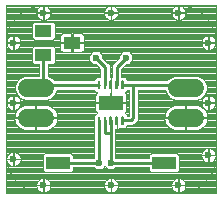
<source format=gtl>
G75*
%MOIN*%
%OFA0B0*%
%FSLAX25Y25*%
%IPPOS*%
%LPD*%
%AMOC8*
5,1,8,0,0,1.08239X$1,22.5*
%
%ADD10C,0.00394*%
%ADD11C,0.00827*%
%ADD12R,0.07874X0.04724*%
%ADD13C,0.02400*%
%ADD14C,0.06000*%
%ADD15R,0.07900X0.04300*%
%ADD16R,0.05512X0.03937*%
%ADD17C,0.01100*%
%ADD18C,0.02362*%
D10*
X0002550Y0018078D02*
X0002550Y0080578D01*
X0072550Y0080578D01*
X0072550Y0018078D01*
X0002550Y0018078D01*
X0002550Y0018179D02*
X0072550Y0018179D01*
X0072550Y0018571D02*
X0061328Y0018571D01*
X0061176Y0018470D02*
X0061566Y0018731D01*
X0061897Y0019062D01*
X0062157Y0019451D01*
X0062337Y0019884D01*
X0062428Y0020343D01*
X0062428Y0020479D01*
X0060148Y0020479D01*
X0060148Y0018200D01*
X0060284Y0018200D01*
X0060744Y0018291D01*
X0061176Y0018470D01*
X0061799Y0018964D02*
X0072550Y0018964D01*
X0072550Y0019356D02*
X0062094Y0019356D01*
X0062280Y0019748D02*
X0072550Y0019748D01*
X0072550Y0020140D02*
X0062388Y0020140D01*
X0062428Y0020676D02*
X0062428Y0020812D01*
X0062337Y0021271D01*
X0062157Y0021704D01*
X0061897Y0022093D01*
X0061566Y0022425D01*
X0061176Y0022685D01*
X0060744Y0022864D01*
X0060284Y0022956D01*
X0060148Y0022956D01*
X0060148Y0020676D01*
X0059952Y0020676D01*
X0059952Y0022956D01*
X0059816Y0022956D01*
X0059356Y0022864D01*
X0058924Y0022685D01*
X0058534Y0022425D01*
X0058203Y0022093D01*
X0057943Y0021704D01*
X0057763Y0021271D01*
X0057672Y0020812D01*
X0057672Y0020676D01*
X0059951Y0020676D01*
X0059951Y0020479D01*
X0057672Y0020479D01*
X0057672Y0020343D01*
X0057763Y0019884D01*
X0057943Y0019451D01*
X0058203Y0019062D01*
X0058534Y0018731D01*
X0058924Y0018470D01*
X0059356Y0018291D01*
X0059816Y0018200D01*
X0059952Y0018200D01*
X0059952Y0020479D01*
X0060148Y0020479D01*
X0060148Y0020676D01*
X0062428Y0020676D01*
X0062405Y0020925D02*
X0072550Y0020925D01*
X0072550Y0021317D02*
X0062318Y0021317D01*
X0062154Y0021709D02*
X0072550Y0021709D01*
X0072550Y0022101D02*
X0061889Y0022101D01*
X0061463Y0022494D02*
X0072550Y0022494D01*
X0072550Y0022886D02*
X0060635Y0022886D01*
X0060148Y0022886D02*
X0059952Y0022886D01*
X0059952Y0022494D02*
X0060148Y0022494D01*
X0060148Y0022101D02*
X0059952Y0022101D01*
X0059952Y0021709D02*
X0060148Y0021709D01*
X0060148Y0021317D02*
X0059952Y0021317D01*
X0059952Y0020925D02*
X0060148Y0020925D01*
X0060148Y0020532D02*
X0072550Y0020532D01*
X0072550Y0023278D02*
X0002550Y0023278D01*
X0002550Y0023670D02*
X0072550Y0023670D01*
X0072550Y0024062D02*
X0002550Y0024062D01*
X0002550Y0024455D02*
X0072550Y0024455D01*
X0072550Y0024847D02*
X0002550Y0024847D01*
X0002550Y0025239D02*
X0015197Y0025239D01*
X0014916Y0025520D02*
X0015492Y0024943D01*
X0024208Y0024943D01*
X0024784Y0025520D01*
X0024784Y0026543D01*
X0032085Y0026543D01*
X0032716Y0025912D01*
X0034510Y0025912D01*
X0035581Y0026984D01*
X0036653Y0025912D01*
X0038447Y0025912D01*
X0039078Y0026543D01*
X0050316Y0026543D01*
X0050316Y0025520D01*
X0050892Y0024943D01*
X0059608Y0024943D01*
X0060184Y0025520D01*
X0060184Y0030635D01*
X0059608Y0031212D01*
X0050892Y0031212D01*
X0050316Y0030635D01*
X0050316Y0029612D01*
X0039084Y0029612D01*
X0039084Y0039423D01*
X0039169Y0039400D01*
X0039440Y0039400D01*
X0039440Y0042093D01*
X0039597Y0042093D01*
X0039597Y0039400D01*
X0039868Y0039400D01*
X0040278Y0039510D01*
X0040645Y0039722D01*
X0040653Y0039730D01*
X0040770Y0039613D01*
X0042204Y0039613D01*
X0043022Y0040432D01*
X0043022Y0040638D01*
X0044780Y0040638D01*
X0046584Y0042442D01*
X0046584Y0052449D01*
X0055566Y0052449D01*
X0055566Y0052285D01*
X0056172Y0050821D01*
X0057293Y0049700D01*
X0058757Y0049093D01*
X0066343Y0049093D01*
X0067807Y0049700D01*
X0068928Y0050821D01*
X0069534Y0052285D01*
X0069534Y0053870D01*
X0068928Y0055335D01*
X0067807Y0056455D01*
X0066343Y0057062D01*
X0058757Y0057062D01*
X0057293Y0056455D01*
X0056355Y0055517D01*
X0043022Y0055517D01*
X0043022Y0055723D01*
X0042204Y0056542D01*
X0041053Y0056542D01*
X0041053Y0059411D01*
X0042554Y0060912D01*
X0043447Y0060912D01*
X0044715Y0062181D01*
X0044715Y0063975D01*
X0043447Y0065243D01*
X0041653Y0065243D01*
X0040385Y0063975D01*
X0040385Y0063082D01*
X0037984Y0060682D01*
X0037984Y0056732D01*
X0037900Y0056755D01*
X0037629Y0056755D01*
X0037629Y0054062D01*
X0037471Y0054062D01*
X0037471Y0056755D01*
X0037200Y0056755D01*
X0037116Y0056732D01*
X0037116Y0060682D01*
X0034715Y0063082D01*
X0034715Y0063975D01*
X0033447Y0065243D01*
X0031653Y0065243D01*
X0030385Y0063975D01*
X0030385Y0062181D01*
X0031653Y0060912D01*
X0032546Y0060912D01*
X0034047Y0059411D01*
X0034047Y0056542D01*
X0032896Y0056542D01*
X0032078Y0055723D01*
X0032078Y0055517D01*
X0018745Y0055517D01*
X0017807Y0056455D01*
X0016616Y0056949D01*
X0016616Y0061125D01*
X0018245Y0061125D01*
X0018822Y0061701D01*
X0018822Y0066454D01*
X0018245Y0067030D01*
X0011918Y0067030D01*
X0011341Y0066454D01*
X0011341Y0061701D01*
X0011918Y0061125D01*
X0013547Y0061125D01*
X0013547Y0057062D01*
X0008757Y0057062D01*
X0007293Y0056455D01*
X0006172Y0055335D01*
X0005566Y0053870D01*
X0005566Y0052285D01*
X0006172Y0050821D01*
X0007293Y0049700D01*
X0008757Y0049093D01*
X0016343Y0049093D01*
X0017807Y0049700D01*
X0018928Y0050821D01*
X0019534Y0052285D01*
X0019534Y0052449D01*
X0032078Y0052449D01*
X0032078Y0052243D01*
X0032896Y0051424D01*
X0032924Y0051424D01*
X0032878Y0051398D01*
X0032655Y0051175D01*
X0032498Y0050902D01*
X0032416Y0050597D01*
X0032416Y0048274D01*
X0037353Y0048274D01*
X0037353Y0047881D01*
X0032416Y0047881D01*
X0032416Y0045558D01*
X0032498Y0045253D01*
X0032655Y0044981D01*
X0032878Y0044758D01*
X0032924Y0044731D01*
X0032896Y0044731D01*
X0032078Y0043912D01*
X0032078Y0040432D01*
X0032079Y0040431D01*
X0032079Y0029612D01*
X0024784Y0029612D01*
X0024784Y0030635D01*
X0024208Y0031212D01*
X0015492Y0031212D01*
X0014916Y0030635D01*
X0014916Y0025520D01*
X0014916Y0025631D02*
X0002550Y0025631D01*
X0002550Y0026023D02*
X0014916Y0026023D01*
X0014916Y0026416D02*
X0002550Y0026416D01*
X0002550Y0026808D02*
X0014916Y0026808D01*
X0014916Y0027200D02*
X0006128Y0027200D01*
X0006176Y0027220D02*
X0006566Y0027481D01*
X0006897Y0027812D01*
X0007157Y0028201D01*
X0007337Y0028634D01*
X0007428Y0029093D01*
X0007428Y0029229D01*
X0005148Y0029229D01*
X0005148Y0026950D01*
X0005284Y0026950D01*
X0005744Y0027041D01*
X0006176Y0027220D01*
X0006678Y0027592D02*
X0014916Y0027592D01*
X0014916Y0027985D02*
X0007012Y0027985D01*
X0007230Y0028377D02*
X0014916Y0028377D01*
X0014916Y0028769D02*
X0007363Y0028769D01*
X0007428Y0029161D02*
X0014916Y0029161D01*
X0014916Y0029553D02*
X0007428Y0029553D01*
X0007428Y0029562D02*
X0007337Y0030021D01*
X0007157Y0030454D01*
X0006897Y0030843D01*
X0006566Y0031175D01*
X0006176Y0031435D01*
X0005744Y0031614D01*
X0005284Y0031706D01*
X0005148Y0031706D01*
X0005148Y0029426D01*
X0004952Y0029426D01*
X0004952Y0031706D01*
X0004816Y0031706D01*
X0004356Y0031614D01*
X0003924Y0031435D01*
X0003534Y0031175D01*
X0003203Y0030843D01*
X0002943Y0030454D01*
X0002763Y0030021D01*
X0002672Y0029562D01*
X0002672Y0029426D01*
X0004951Y0029426D01*
X0004951Y0029229D01*
X0002672Y0029229D01*
X0002672Y0029093D01*
X0002763Y0028634D01*
X0002943Y0028201D01*
X0003203Y0027812D01*
X0003534Y0027481D01*
X0003924Y0027220D01*
X0004356Y0027041D01*
X0004816Y0026950D01*
X0004952Y0026950D01*
X0004952Y0029229D01*
X0005148Y0029229D01*
X0005148Y0029426D01*
X0007428Y0029426D01*
X0007428Y0029562D01*
X0007352Y0029946D02*
X0014916Y0029946D01*
X0014916Y0030338D02*
X0007205Y0030338D01*
X0006973Y0030730D02*
X0015010Y0030730D01*
X0002550Y0030578D02*
X0002554Y0030276D01*
X0002565Y0029974D01*
X0002583Y0029673D01*
X0002608Y0029372D01*
X0002641Y0029071D01*
X0002681Y0028772D01*
X0002728Y0028474D01*
X0002783Y0028176D01*
X0002844Y0027881D01*
X0002913Y0027587D01*
X0002989Y0027294D01*
X0003072Y0027004D01*
X0003162Y0026715D01*
X0003259Y0026429D01*
X0003362Y0026145D01*
X0003473Y0025864D01*
X0003590Y0025586D01*
X0003714Y0025310D01*
X0003845Y0025038D01*
X0003982Y0024769D01*
X0004125Y0024503D01*
X0004275Y0024241D01*
X0004432Y0023982D01*
X0004594Y0023728D01*
X0004763Y0023477D01*
X0004937Y0023231D01*
X0005118Y0022988D01*
X0005304Y0022751D01*
X0005496Y0022517D01*
X0005694Y0022289D01*
X0005897Y0022065D01*
X0006105Y0021847D01*
X0006319Y0021633D01*
X0006537Y0021425D01*
X0006761Y0021222D01*
X0006989Y0021024D01*
X0007223Y0020832D01*
X0007460Y0020646D01*
X0007703Y0020465D01*
X0007949Y0020291D01*
X0008200Y0020122D01*
X0008454Y0019960D01*
X0008713Y0019803D01*
X0008975Y0019653D01*
X0009241Y0019510D01*
X0009510Y0019373D01*
X0009782Y0019242D01*
X0010058Y0019118D01*
X0010336Y0019001D01*
X0010617Y0018890D01*
X0010901Y0018787D01*
X0011187Y0018690D01*
X0011476Y0018600D01*
X0011766Y0018517D01*
X0012059Y0018441D01*
X0012353Y0018372D01*
X0012648Y0018311D01*
X0012946Y0018256D01*
X0013244Y0018209D01*
X0013543Y0018169D01*
X0013844Y0018136D01*
X0014145Y0018111D01*
X0014446Y0018093D01*
X0014748Y0018082D01*
X0015050Y0018078D01*
X0060050Y0018078D01*
X0059952Y0018571D02*
X0060148Y0018571D01*
X0060148Y0018964D02*
X0059952Y0018964D01*
X0059952Y0019356D02*
X0060148Y0019356D01*
X0060148Y0019748D02*
X0059952Y0019748D01*
X0059952Y0020140D02*
X0060148Y0020140D01*
X0059951Y0020532D02*
X0037648Y0020532D01*
X0037648Y0020479D02*
X0037648Y0020676D01*
X0037452Y0020676D01*
X0037452Y0022956D01*
X0037316Y0022956D01*
X0036856Y0022864D01*
X0036424Y0022685D01*
X0036034Y0022425D01*
X0035703Y0022093D01*
X0035443Y0021704D01*
X0035263Y0021271D01*
X0035172Y0020812D01*
X0035172Y0020676D01*
X0037451Y0020676D01*
X0037451Y0020479D01*
X0035172Y0020479D01*
X0035172Y0020343D01*
X0035263Y0019884D01*
X0035443Y0019451D01*
X0035703Y0019062D01*
X0036034Y0018731D01*
X0036424Y0018470D01*
X0036856Y0018291D01*
X0037316Y0018200D01*
X0037452Y0018200D01*
X0037452Y0020479D01*
X0037648Y0020479D01*
X0037648Y0018200D01*
X0037784Y0018200D01*
X0038244Y0018291D01*
X0038676Y0018470D01*
X0039066Y0018731D01*
X0039397Y0019062D01*
X0039657Y0019451D01*
X0039837Y0019884D01*
X0039928Y0020343D01*
X0039928Y0020479D01*
X0037648Y0020479D01*
X0037648Y0020676D02*
X0039928Y0020676D01*
X0039928Y0020812D01*
X0039837Y0021271D01*
X0039657Y0021704D01*
X0039397Y0022093D01*
X0039066Y0022425D01*
X0038676Y0022685D01*
X0038244Y0022864D01*
X0037784Y0022956D01*
X0037648Y0022956D01*
X0037648Y0020676D01*
X0037451Y0020532D02*
X0015148Y0020532D01*
X0015148Y0020479D02*
X0015148Y0020676D01*
X0014952Y0020676D01*
X0014952Y0022956D01*
X0014816Y0022956D01*
X0014356Y0022864D01*
X0013924Y0022685D01*
X0013534Y0022425D01*
X0013203Y0022093D01*
X0012943Y0021704D01*
X0012763Y0021271D01*
X0012672Y0020812D01*
X0012672Y0020676D01*
X0014951Y0020676D01*
X0014951Y0020479D01*
X0012672Y0020479D01*
X0012672Y0020343D01*
X0012763Y0019884D01*
X0012943Y0019451D01*
X0013203Y0019062D01*
X0013534Y0018731D01*
X0013924Y0018470D01*
X0014356Y0018291D01*
X0014816Y0018200D01*
X0014952Y0018200D01*
X0014952Y0020479D01*
X0015148Y0020479D01*
X0015148Y0018200D01*
X0015284Y0018200D01*
X0015744Y0018291D01*
X0016176Y0018470D01*
X0016566Y0018731D01*
X0016897Y0019062D01*
X0017157Y0019451D01*
X0017337Y0019884D01*
X0017428Y0020343D01*
X0017428Y0020479D01*
X0015148Y0020479D01*
X0015148Y0020676D02*
X0017428Y0020676D01*
X0017428Y0020812D01*
X0017337Y0021271D01*
X0017157Y0021704D01*
X0016897Y0022093D01*
X0016566Y0022425D01*
X0016176Y0022685D01*
X0015744Y0022864D01*
X0015284Y0022956D01*
X0015148Y0022956D01*
X0015148Y0020676D01*
X0014951Y0020532D02*
X0002550Y0020532D01*
X0002550Y0020140D02*
X0012712Y0020140D01*
X0012820Y0019748D02*
X0002550Y0019748D01*
X0002550Y0019356D02*
X0013006Y0019356D01*
X0013301Y0018964D02*
X0002550Y0018964D01*
X0002550Y0018571D02*
X0013772Y0018571D01*
X0014952Y0018571D02*
X0015148Y0018571D01*
X0015148Y0018964D02*
X0014952Y0018964D01*
X0014952Y0019356D02*
X0015148Y0019356D01*
X0015148Y0019748D02*
X0014952Y0019748D01*
X0014952Y0020140D02*
X0015148Y0020140D01*
X0015148Y0020925D02*
X0014952Y0020925D01*
X0014952Y0021317D02*
X0015148Y0021317D01*
X0015148Y0021709D02*
X0014952Y0021709D01*
X0014952Y0022101D02*
X0015148Y0022101D01*
X0015148Y0022494D02*
X0014952Y0022494D01*
X0014952Y0022886D02*
X0015148Y0022886D01*
X0015635Y0022886D02*
X0036965Y0022886D01*
X0037452Y0022886D02*
X0037648Y0022886D01*
X0037648Y0022494D02*
X0037452Y0022494D01*
X0037452Y0022101D02*
X0037648Y0022101D01*
X0037648Y0021709D02*
X0037452Y0021709D01*
X0037452Y0021317D02*
X0037648Y0021317D01*
X0037648Y0020925D02*
X0037452Y0020925D01*
X0037452Y0020140D02*
X0037648Y0020140D01*
X0037648Y0019748D02*
X0037452Y0019748D01*
X0037452Y0019356D02*
X0037648Y0019356D01*
X0037648Y0018964D02*
X0037452Y0018964D01*
X0037452Y0018571D02*
X0037648Y0018571D01*
X0038828Y0018571D02*
X0058772Y0018571D01*
X0058301Y0018964D02*
X0039299Y0018964D01*
X0039594Y0019356D02*
X0058006Y0019356D01*
X0057820Y0019748D02*
X0039780Y0019748D01*
X0039888Y0020140D02*
X0057712Y0020140D01*
X0057695Y0020925D02*
X0039905Y0020925D01*
X0039818Y0021317D02*
X0057782Y0021317D01*
X0057946Y0021709D02*
X0039654Y0021709D01*
X0039389Y0022101D02*
X0058211Y0022101D01*
X0058637Y0022494D02*
X0038963Y0022494D01*
X0038135Y0022886D02*
X0059465Y0022886D01*
X0059903Y0025239D02*
X0072550Y0025239D01*
X0072550Y0025631D02*
X0060184Y0025631D01*
X0060184Y0026023D02*
X0072550Y0026023D01*
X0072550Y0026416D02*
X0060184Y0026416D01*
X0060184Y0026808D02*
X0072550Y0026808D01*
X0072550Y0027200D02*
X0060184Y0027200D01*
X0060184Y0027592D02*
X0072550Y0027592D01*
X0072550Y0027985D02*
X0060184Y0027985D01*
X0060184Y0028377D02*
X0069150Y0028377D01*
X0069356Y0028291D02*
X0069816Y0028200D01*
X0069952Y0028200D01*
X0069952Y0030479D01*
X0070148Y0030479D01*
X0070148Y0028200D01*
X0070284Y0028200D01*
X0070744Y0028291D01*
X0071176Y0028470D01*
X0071566Y0028731D01*
X0071897Y0029062D01*
X0072157Y0029451D01*
X0072337Y0029884D01*
X0072428Y0030343D01*
X0072428Y0030479D01*
X0070148Y0030479D01*
X0070148Y0030676D01*
X0069952Y0030676D01*
X0069952Y0032956D01*
X0069816Y0032956D01*
X0069356Y0032864D01*
X0068924Y0032685D01*
X0068534Y0032425D01*
X0068203Y0032093D01*
X0067943Y0031704D01*
X0067763Y0031271D01*
X0067672Y0030812D01*
X0067672Y0030676D01*
X0069951Y0030676D01*
X0069951Y0030479D01*
X0067672Y0030479D01*
X0067672Y0030343D01*
X0067763Y0029884D01*
X0067943Y0029451D01*
X0068203Y0029062D01*
X0068534Y0028731D01*
X0068924Y0028470D01*
X0069356Y0028291D01*
X0069952Y0028377D02*
X0070148Y0028377D01*
X0070148Y0028769D02*
X0069952Y0028769D01*
X0069952Y0029161D02*
X0070148Y0029161D01*
X0070148Y0029553D02*
X0069952Y0029553D01*
X0069952Y0029946D02*
X0070148Y0029946D01*
X0070148Y0030338D02*
X0069952Y0030338D01*
X0070148Y0030676D02*
X0072428Y0030676D01*
X0072428Y0030812D01*
X0072337Y0031271D01*
X0072157Y0031704D01*
X0071897Y0032093D01*
X0071566Y0032425D01*
X0071176Y0032685D01*
X0070744Y0032864D01*
X0070284Y0032956D01*
X0070148Y0032956D01*
X0070148Y0030676D01*
X0070148Y0030730D02*
X0069952Y0030730D01*
X0069952Y0031122D02*
X0070148Y0031122D01*
X0070148Y0031514D02*
X0069952Y0031514D01*
X0069952Y0031907D02*
X0070148Y0031907D01*
X0070148Y0032299D02*
X0069952Y0032299D01*
X0069952Y0032691D02*
X0070148Y0032691D01*
X0071162Y0032691D02*
X0072550Y0032691D01*
X0072550Y0032299D02*
X0071692Y0032299D01*
X0072022Y0031907D02*
X0072550Y0031907D01*
X0072550Y0031514D02*
X0072236Y0031514D01*
X0072366Y0031122D02*
X0072550Y0031122D01*
X0072550Y0030730D02*
X0072428Y0030730D01*
X0072550Y0030578D02*
X0072550Y0068078D01*
X0072550Y0067990D02*
X0070148Y0067990D01*
X0070148Y0067979D02*
X0070148Y0068176D01*
X0069952Y0068176D01*
X0069952Y0070456D01*
X0069816Y0070456D01*
X0069356Y0070364D01*
X0068924Y0070185D01*
X0068534Y0069925D01*
X0068203Y0069593D01*
X0067943Y0069204D01*
X0067763Y0068771D01*
X0067672Y0068312D01*
X0067672Y0068176D01*
X0069951Y0068176D01*
X0069951Y0067979D01*
X0067672Y0067979D01*
X0067672Y0067843D01*
X0067763Y0067384D01*
X0067943Y0066951D01*
X0068203Y0066562D01*
X0068534Y0066231D01*
X0068924Y0065970D01*
X0069356Y0065791D01*
X0069816Y0065700D01*
X0069952Y0065700D01*
X0069952Y0067979D01*
X0070148Y0067979D01*
X0070148Y0065700D01*
X0070284Y0065700D01*
X0070744Y0065791D01*
X0071176Y0065970D01*
X0071566Y0066231D01*
X0071897Y0066562D01*
X0072157Y0066951D01*
X0072337Y0067384D01*
X0072428Y0067843D01*
X0072428Y0067979D01*
X0070148Y0067979D01*
X0069951Y0067990D02*
X0024778Y0067990D01*
X0024778Y0067881D02*
X0024778Y0068274D01*
X0028534Y0068274D01*
X0028534Y0070204D01*
X0028453Y0070508D01*
X0028295Y0070781D01*
X0028072Y0071004D01*
X0027799Y0071161D01*
X0027495Y0071243D01*
X0024778Y0071243D01*
X0024778Y0068275D01*
X0024385Y0068275D01*
X0024385Y0071243D01*
X0021668Y0071243D01*
X0021364Y0071161D01*
X0021091Y0071004D01*
X0020868Y0070781D01*
X0020710Y0070508D01*
X0020629Y0070204D01*
X0020629Y0068274D01*
X0024385Y0068274D01*
X0024385Y0067881D01*
X0024778Y0067881D01*
X0024778Y0064912D01*
X0027495Y0064912D01*
X0027799Y0064994D01*
X0028072Y0065151D01*
X0028295Y0065374D01*
X0028453Y0065647D01*
X0028534Y0065952D01*
X0028534Y0067881D01*
X0024778Y0067881D01*
X0024778Y0067598D02*
X0024385Y0067598D01*
X0024385Y0067881D02*
X0024385Y0064912D01*
X0021668Y0064912D01*
X0021364Y0064994D01*
X0021091Y0065151D01*
X0020868Y0065374D01*
X0020710Y0065647D01*
X0020629Y0065952D01*
X0020629Y0067881D01*
X0024385Y0067881D01*
X0024385Y0067990D02*
X0005148Y0067990D01*
X0005148Y0067979D02*
X0005148Y0068176D01*
X0004952Y0068176D01*
X0004952Y0070456D01*
X0004816Y0070456D01*
X0004356Y0070364D01*
X0003924Y0070185D01*
X0003534Y0069925D01*
X0003203Y0069593D01*
X0002943Y0069204D01*
X0002763Y0068771D01*
X0002672Y0068312D01*
X0002672Y0068176D01*
X0004951Y0068176D01*
X0004951Y0067979D01*
X0002672Y0067979D01*
X0002672Y0067843D01*
X0002763Y0067384D01*
X0002943Y0066951D01*
X0003203Y0066562D01*
X0003534Y0066231D01*
X0003924Y0065970D01*
X0004356Y0065791D01*
X0004816Y0065700D01*
X0004952Y0065700D01*
X0004952Y0067979D01*
X0005148Y0067979D01*
X0005148Y0065700D01*
X0005284Y0065700D01*
X0005744Y0065791D01*
X0006176Y0065970D01*
X0006566Y0066231D01*
X0006897Y0066562D01*
X0007157Y0066951D01*
X0007337Y0067384D01*
X0007428Y0067843D01*
X0007428Y0067979D01*
X0005148Y0067979D01*
X0004951Y0067990D02*
X0002550Y0067990D01*
X0002550Y0068078D02*
X0002550Y0030578D01*
X0002550Y0030730D02*
X0003127Y0030730D01*
X0002895Y0030338D02*
X0002550Y0030338D01*
X0002550Y0029946D02*
X0002748Y0029946D01*
X0002672Y0029553D02*
X0002550Y0029553D01*
X0002550Y0029161D02*
X0002672Y0029161D01*
X0002737Y0028769D02*
X0002550Y0028769D01*
X0002550Y0028377D02*
X0002870Y0028377D01*
X0003087Y0027985D02*
X0002550Y0027985D01*
X0002550Y0027592D02*
X0003422Y0027592D01*
X0003972Y0027200D02*
X0002550Y0027200D01*
X0004952Y0027200D02*
X0005148Y0027200D01*
X0005148Y0027592D02*
X0004952Y0027592D01*
X0004952Y0027985D02*
X0005148Y0027985D01*
X0005148Y0028377D02*
X0004952Y0028377D01*
X0004952Y0028769D02*
X0005148Y0028769D01*
X0005148Y0029161D02*
X0004952Y0029161D01*
X0004952Y0029553D02*
X0005148Y0029553D01*
X0005148Y0029946D02*
X0004952Y0029946D01*
X0004952Y0030338D02*
X0005148Y0030338D01*
X0005148Y0030730D02*
X0004952Y0030730D01*
X0004952Y0031122D02*
X0005148Y0031122D01*
X0005148Y0031514D02*
X0004952Y0031514D01*
X0004116Y0031514D02*
X0002550Y0031514D01*
X0002550Y0031122D02*
X0003482Y0031122D01*
X0002550Y0031907D02*
X0032079Y0031907D01*
X0032079Y0032299D02*
X0002550Y0032299D01*
X0002550Y0032691D02*
X0032079Y0032691D01*
X0032079Y0033083D02*
X0002550Y0033083D01*
X0002550Y0033475D02*
X0032079Y0033475D01*
X0032079Y0033868D02*
X0002550Y0033868D01*
X0002550Y0034260D02*
X0032079Y0034260D01*
X0032079Y0034652D02*
X0002550Y0034652D01*
X0002550Y0035044D02*
X0032079Y0035044D01*
X0032079Y0035437D02*
X0002550Y0035437D01*
X0002550Y0035829D02*
X0032079Y0035829D01*
X0032079Y0036221D02*
X0002550Y0036221D01*
X0002550Y0036613D02*
X0032079Y0036613D01*
X0032079Y0037005D02*
X0002550Y0037005D01*
X0002550Y0037398D02*
X0032079Y0037398D01*
X0032079Y0037790D02*
X0002550Y0037790D01*
X0002550Y0038182D02*
X0032079Y0038182D01*
X0032079Y0038574D02*
X0002550Y0038574D01*
X0002550Y0038966D02*
X0008679Y0038966D01*
X0008567Y0038984D02*
X0009220Y0038881D01*
X0012353Y0038881D01*
X0012353Y0042881D01*
X0005353Y0042881D01*
X0005353Y0042747D01*
X0005456Y0042095D01*
X0005661Y0041467D01*
X0005961Y0040878D01*
X0006349Y0040344D01*
X0006816Y0039876D01*
X0007350Y0039488D01*
X0007939Y0039188D01*
X0008567Y0038984D01*
X0007605Y0039359D02*
X0002550Y0039359D01*
X0002550Y0039751D02*
X0006989Y0039751D01*
X0006549Y0040143D02*
X0002550Y0040143D01*
X0002550Y0040535D02*
X0006210Y0040535D01*
X0005935Y0040928D02*
X0002550Y0040928D01*
X0002550Y0041320D02*
X0005735Y0041320D01*
X0005581Y0041712D02*
X0002550Y0041712D01*
X0002550Y0042104D02*
X0005455Y0042104D01*
X0005393Y0042496D02*
X0002550Y0042496D01*
X0002550Y0042889D02*
X0012353Y0042889D01*
X0012353Y0042881D02*
X0012353Y0043274D01*
X0005353Y0043274D01*
X0005353Y0043408D01*
X0005456Y0044060D01*
X0005661Y0044689D01*
X0005961Y0045277D01*
X0006349Y0045812D01*
X0006816Y0046279D01*
X0007350Y0046667D01*
X0007939Y0046967D01*
X0008567Y0047171D01*
X0009220Y0047274D01*
X0012353Y0047274D01*
X0012353Y0043275D01*
X0012747Y0043275D01*
X0012747Y0047274D01*
X0015880Y0047274D01*
X0016533Y0047171D01*
X0017161Y0046967D01*
X0017750Y0046667D01*
X0018284Y0046279D01*
X0018751Y0045812D01*
X0019139Y0045277D01*
X0019439Y0044689D01*
X0019644Y0044060D01*
X0019747Y0043408D01*
X0019747Y0043274D01*
X0012747Y0043274D01*
X0012747Y0042881D01*
X0019747Y0042881D01*
X0019747Y0042747D01*
X0019644Y0042095D01*
X0019439Y0041467D01*
X0019139Y0040878D01*
X0018751Y0040344D01*
X0018284Y0039876D01*
X0017750Y0039488D01*
X0017161Y0039188D01*
X0016533Y0038984D01*
X0015880Y0038881D01*
X0012747Y0038881D01*
X0012747Y0042881D01*
X0012353Y0042881D01*
X0012353Y0042496D02*
X0012747Y0042496D01*
X0012747Y0042104D02*
X0012353Y0042104D01*
X0012353Y0041712D02*
X0012747Y0041712D01*
X0012747Y0041320D02*
X0012353Y0041320D01*
X0012353Y0040928D02*
X0012747Y0040928D01*
X0012747Y0040535D02*
X0012353Y0040535D01*
X0012353Y0040143D02*
X0012747Y0040143D01*
X0012747Y0039751D02*
X0012353Y0039751D01*
X0012353Y0039359D02*
X0012747Y0039359D01*
X0012747Y0038966D02*
X0012353Y0038966D01*
X0012747Y0042889D02*
X0032078Y0042889D01*
X0032078Y0043281D02*
X0019747Y0043281D01*
X0019705Y0043673D02*
X0032078Y0043673D01*
X0032230Y0044065D02*
X0019642Y0044065D01*
X0019515Y0044457D02*
X0032623Y0044457D01*
X0032786Y0044850D02*
X0019357Y0044850D01*
X0019158Y0045242D02*
X0032504Y0045242D01*
X0032416Y0045634D02*
X0018880Y0045634D01*
X0018537Y0046026D02*
X0032416Y0046026D01*
X0032416Y0046418D02*
X0018092Y0046418D01*
X0017468Y0046811D02*
X0032416Y0046811D01*
X0032416Y0047203D02*
X0016332Y0047203D01*
X0016513Y0049164D02*
X0032416Y0049164D01*
X0032416Y0049556D02*
X0017460Y0049556D01*
X0018055Y0049948D02*
X0032416Y0049948D01*
X0032416Y0050341D02*
X0018448Y0050341D01*
X0018840Y0050733D02*
X0032452Y0050733D01*
X0032627Y0051125D02*
X0019054Y0051125D01*
X0019216Y0051517D02*
X0032803Y0051517D01*
X0032411Y0051909D02*
X0019379Y0051909D01*
X0019534Y0052302D02*
X0032078Y0052302D01*
X0032416Y0048772D02*
X0007336Y0048772D01*
X0007337Y0048771D02*
X0007157Y0049204D01*
X0006897Y0049593D01*
X0006566Y0049925D01*
X0006176Y0050185D01*
X0005744Y0050364D01*
X0005284Y0050456D01*
X0005148Y0050456D01*
X0005148Y0048176D01*
X0004952Y0048176D01*
X0004952Y0050456D01*
X0004816Y0050456D01*
X0004356Y0050364D01*
X0003924Y0050185D01*
X0003534Y0049925D01*
X0003203Y0049593D01*
X0002943Y0049204D01*
X0002763Y0048771D01*
X0002672Y0048312D01*
X0002672Y0048176D01*
X0004951Y0048176D01*
X0004951Y0047979D01*
X0002672Y0047979D01*
X0002672Y0047843D01*
X0002763Y0047384D01*
X0002943Y0046951D01*
X0003203Y0046562D01*
X0003534Y0046231D01*
X0003924Y0045970D01*
X0004356Y0045791D01*
X0004816Y0045700D01*
X0004952Y0045700D01*
X0004952Y0047979D01*
X0005148Y0047979D01*
X0005148Y0045700D01*
X0005284Y0045700D01*
X0005744Y0045791D01*
X0006176Y0045970D01*
X0006566Y0046231D01*
X0006897Y0046562D01*
X0007157Y0046951D01*
X0007337Y0047384D01*
X0007428Y0047843D01*
X0007428Y0047979D01*
X0005148Y0047979D01*
X0005148Y0048176D01*
X0007428Y0048176D01*
X0007428Y0048312D01*
X0007337Y0048771D01*
X0007414Y0048380D02*
X0032416Y0048380D01*
X0032416Y0047595D02*
X0007379Y0047595D01*
X0007262Y0047203D02*
X0008768Y0047203D01*
X0007632Y0046811D02*
X0007063Y0046811D01*
X0007008Y0046418D02*
X0006754Y0046418D01*
X0006563Y0046026D02*
X0006260Y0046026D01*
X0006220Y0045634D02*
X0002550Y0045634D01*
X0002550Y0045242D02*
X0005942Y0045242D01*
X0005743Y0044850D02*
X0002550Y0044850D01*
X0002550Y0044457D02*
X0005585Y0044457D01*
X0005458Y0044065D02*
X0002550Y0044065D01*
X0002550Y0043673D02*
X0005395Y0043673D01*
X0005353Y0043281D02*
X0002550Y0043281D01*
X0002550Y0046026D02*
X0003840Y0046026D01*
X0003346Y0046418D02*
X0002550Y0046418D01*
X0002550Y0046811D02*
X0003037Y0046811D01*
X0002838Y0047203D02*
X0002550Y0047203D01*
X0002550Y0047595D02*
X0002721Y0047595D01*
X0002550Y0047987D02*
X0004951Y0047987D01*
X0005148Y0047987D02*
X0037353Y0047987D01*
X0037353Y0048275D02*
X0037353Y0051211D01*
X0037471Y0051211D01*
X0037471Y0053904D01*
X0037629Y0053904D01*
X0037629Y0051211D01*
X0037747Y0051211D01*
X0037747Y0048275D01*
X0037353Y0048275D01*
X0037353Y0048380D02*
X0037747Y0048380D01*
X0037747Y0048274D02*
X0042684Y0048274D01*
X0042684Y0050597D01*
X0042602Y0050902D01*
X0042445Y0051175D01*
X0042222Y0051398D01*
X0042176Y0051424D01*
X0042204Y0051424D01*
X0043022Y0052243D01*
X0043022Y0052449D01*
X0043516Y0052449D01*
X0043516Y0043713D01*
X0043509Y0043706D01*
X0043022Y0043706D01*
X0043022Y0043912D01*
X0042204Y0044731D01*
X0042176Y0044731D01*
X0042222Y0044758D01*
X0042445Y0044981D01*
X0042602Y0045253D01*
X0042684Y0045558D01*
X0042684Y0047881D01*
X0037747Y0047881D01*
X0037747Y0048274D01*
X0037747Y0047987D02*
X0043516Y0047987D01*
X0043516Y0047595D02*
X0042684Y0047595D01*
X0042684Y0047203D02*
X0043516Y0047203D01*
X0043516Y0046811D02*
X0042684Y0046811D01*
X0042684Y0046418D02*
X0043516Y0046418D01*
X0043516Y0046026D02*
X0042684Y0046026D01*
X0042684Y0045634D02*
X0043516Y0045634D01*
X0043516Y0045242D02*
X0042596Y0045242D01*
X0042314Y0044850D02*
X0043516Y0044850D01*
X0043516Y0044457D02*
X0042477Y0044457D01*
X0042870Y0044065D02*
X0043516Y0044065D01*
X0045854Y0041712D02*
X0055581Y0041712D01*
X0055661Y0041467D02*
X0055456Y0042095D01*
X0055353Y0042747D01*
X0055353Y0042881D01*
X0062353Y0042881D01*
X0062353Y0043274D01*
X0055353Y0043274D01*
X0055353Y0043408D01*
X0055456Y0044060D01*
X0055661Y0044689D01*
X0055961Y0045277D01*
X0056349Y0045812D01*
X0056816Y0046279D01*
X0057350Y0046667D01*
X0057939Y0046967D01*
X0058567Y0047171D01*
X0059220Y0047274D01*
X0062353Y0047274D01*
X0062353Y0043275D01*
X0062747Y0043275D01*
X0062747Y0047274D01*
X0065880Y0047274D01*
X0066533Y0047171D01*
X0067161Y0046967D01*
X0067750Y0046667D01*
X0068284Y0046279D01*
X0068751Y0045812D01*
X0069139Y0045277D01*
X0069439Y0044689D01*
X0069644Y0044060D01*
X0069747Y0043408D01*
X0069747Y0043274D01*
X0062747Y0043274D01*
X0062747Y0042881D01*
X0069747Y0042881D01*
X0069747Y0042747D01*
X0069644Y0042095D01*
X0069439Y0041467D01*
X0069139Y0040878D01*
X0068751Y0040344D01*
X0068284Y0039876D01*
X0067750Y0039488D01*
X0067161Y0039188D01*
X0066533Y0038984D01*
X0065880Y0038881D01*
X0062747Y0038881D01*
X0062747Y0042881D01*
X0062353Y0042881D01*
X0062353Y0038881D01*
X0059220Y0038881D01*
X0058567Y0038984D01*
X0057939Y0039188D01*
X0057350Y0039488D01*
X0056816Y0039876D01*
X0056349Y0040344D01*
X0055961Y0040878D01*
X0055661Y0041467D01*
X0055735Y0041320D02*
X0045462Y0041320D01*
X0045070Y0040928D02*
X0055935Y0040928D01*
X0056210Y0040535D02*
X0043022Y0040535D01*
X0042734Y0040143D02*
X0056549Y0040143D01*
X0056989Y0039751D02*
X0042341Y0039751D01*
X0039597Y0039751D02*
X0039440Y0039751D01*
X0039440Y0040143D02*
X0039597Y0040143D01*
X0039597Y0040535D02*
X0039440Y0040535D01*
X0039440Y0040928D02*
X0039597Y0040928D01*
X0039597Y0041320D02*
X0039440Y0041320D01*
X0039440Y0041712D02*
X0039597Y0041712D01*
X0039084Y0039359D02*
X0057605Y0039359D01*
X0058679Y0038966D02*
X0039084Y0038966D01*
X0039084Y0038574D02*
X0072550Y0038574D01*
X0072550Y0038182D02*
X0039084Y0038182D01*
X0039084Y0037790D02*
X0072550Y0037790D01*
X0072550Y0037398D02*
X0039084Y0037398D01*
X0039084Y0037005D02*
X0072550Y0037005D01*
X0072550Y0036613D02*
X0039084Y0036613D01*
X0039084Y0036221D02*
X0072550Y0036221D01*
X0072550Y0035829D02*
X0039084Y0035829D01*
X0039084Y0035437D02*
X0072550Y0035437D01*
X0072550Y0035044D02*
X0039084Y0035044D01*
X0039084Y0034652D02*
X0072550Y0034652D01*
X0072550Y0034260D02*
X0039084Y0034260D01*
X0039084Y0033868D02*
X0072550Y0033868D01*
X0072550Y0033475D02*
X0039084Y0033475D01*
X0039084Y0033083D02*
X0072550Y0033083D01*
X0072550Y0030338D02*
X0072427Y0030338D01*
X0072349Y0029946D02*
X0072550Y0029946D01*
X0072550Y0029553D02*
X0072200Y0029553D01*
X0071963Y0029161D02*
X0072550Y0029161D01*
X0072550Y0028769D02*
X0071604Y0028769D01*
X0070950Y0028377D02*
X0072550Y0028377D01*
X0068496Y0028769D02*
X0060184Y0028769D01*
X0060184Y0029161D02*
X0068137Y0029161D01*
X0067900Y0029553D02*
X0060184Y0029553D01*
X0060184Y0029946D02*
X0067751Y0029946D01*
X0067673Y0030338D02*
X0060184Y0030338D01*
X0060050Y0018078D02*
X0060352Y0018082D01*
X0060654Y0018093D01*
X0060955Y0018111D01*
X0061256Y0018136D01*
X0061557Y0018169D01*
X0061856Y0018209D01*
X0062154Y0018256D01*
X0062452Y0018311D01*
X0062747Y0018372D01*
X0063041Y0018441D01*
X0063334Y0018517D01*
X0063624Y0018600D01*
X0063913Y0018690D01*
X0064199Y0018787D01*
X0064483Y0018890D01*
X0064764Y0019001D01*
X0065042Y0019118D01*
X0065318Y0019242D01*
X0065590Y0019373D01*
X0065859Y0019510D01*
X0066125Y0019653D01*
X0066387Y0019803D01*
X0066646Y0019960D01*
X0066900Y0020122D01*
X0067151Y0020291D01*
X0067397Y0020465D01*
X0067640Y0020646D01*
X0067877Y0020832D01*
X0068111Y0021024D01*
X0068339Y0021222D01*
X0068563Y0021425D01*
X0068781Y0021633D01*
X0068995Y0021847D01*
X0069203Y0022065D01*
X0069406Y0022289D01*
X0069604Y0022517D01*
X0069796Y0022751D01*
X0069982Y0022988D01*
X0070163Y0023231D01*
X0070337Y0023477D01*
X0070506Y0023728D01*
X0070668Y0023982D01*
X0070825Y0024241D01*
X0070975Y0024503D01*
X0071118Y0024769D01*
X0071255Y0025038D01*
X0071386Y0025310D01*
X0071510Y0025586D01*
X0071627Y0025864D01*
X0071738Y0026145D01*
X0071841Y0026429D01*
X0071938Y0026715D01*
X0072028Y0027004D01*
X0072111Y0027294D01*
X0072187Y0027587D01*
X0072256Y0027881D01*
X0072317Y0028176D01*
X0072372Y0028474D01*
X0072419Y0028772D01*
X0072459Y0029071D01*
X0072492Y0029372D01*
X0072517Y0029673D01*
X0072535Y0029974D01*
X0072546Y0030276D01*
X0072550Y0030578D01*
X0068938Y0032691D02*
X0039084Y0032691D01*
X0039084Y0032299D02*
X0068408Y0032299D01*
X0068078Y0031907D02*
X0039084Y0031907D01*
X0039084Y0031514D02*
X0067864Y0031514D01*
X0067734Y0031122D02*
X0059697Y0031122D01*
X0060090Y0030730D02*
X0067672Y0030730D01*
X0066421Y0038966D02*
X0072550Y0038966D01*
X0072550Y0039359D02*
X0067495Y0039359D01*
X0068111Y0039751D02*
X0072550Y0039751D01*
X0072550Y0040143D02*
X0068551Y0040143D01*
X0068890Y0040535D02*
X0072550Y0040535D01*
X0072550Y0040928D02*
X0069165Y0040928D01*
X0069365Y0041320D02*
X0072550Y0041320D01*
X0072550Y0041712D02*
X0069519Y0041712D01*
X0069645Y0042104D02*
X0072550Y0042104D01*
X0072550Y0042496D02*
X0069707Y0042496D01*
X0069747Y0043281D02*
X0072550Y0043281D01*
X0072550Y0043673D02*
X0069705Y0043673D01*
X0069642Y0044065D02*
X0072550Y0044065D01*
X0072550Y0044457D02*
X0069515Y0044457D01*
X0069357Y0044850D02*
X0072550Y0044850D01*
X0072550Y0045242D02*
X0069158Y0045242D01*
X0068880Y0045634D02*
X0072550Y0045634D01*
X0072550Y0046026D02*
X0071260Y0046026D01*
X0071176Y0045970D02*
X0071566Y0046231D01*
X0071897Y0046562D01*
X0072157Y0046951D01*
X0072337Y0047384D01*
X0072428Y0047843D01*
X0072428Y0047979D01*
X0070148Y0047979D01*
X0070148Y0045700D01*
X0070284Y0045700D01*
X0070744Y0045791D01*
X0071176Y0045970D01*
X0071754Y0046418D02*
X0072550Y0046418D01*
X0072550Y0046811D02*
X0072063Y0046811D01*
X0072262Y0047203D02*
X0072550Y0047203D01*
X0072550Y0047595D02*
X0072379Y0047595D01*
X0072550Y0047987D02*
X0070148Y0047987D01*
X0070148Y0047979D02*
X0070148Y0048176D01*
X0069952Y0048176D01*
X0069952Y0050456D01*
X0069816Y0050456D01*
X0069356Y0050364D01*
X0068924Y0050185D01*
X0068534Y0049925D01*
X0068203Y0049593D01*
X0067943Y0049204D01*
X0067763Y0048771D01*
X0067672Y0048312D01*
X0067672Y0048176D01*
X0069951Y0048176D01*
X0069951Y0047979D01*
X0067672Y0047979D01*
X0067672Y0047843D01*
X0067763Y0047384D01*
X0067943Y0046951D01*
X0068203Y0046562D01*
X0068534Y0046231D01*
X0068924Y0045970D01*
X0069356Y0045791D01*
X0069816Y0045700D01*
X0069952Y0045700D01*
X0069952Y0047979D01*
X0070148Y0047979D01*
X0069951Y0047987D02*
X0046584Y0047987D01*
X0046584Y0047595D02*
X0067721Y0047595D01*
X0067838Y0047203D02*
X0066332Y0047203D01*
X0067468Y0046811D02*
X0068037Y0046811D01*
X0068092Y0046418D02*
X0068346Y0046418D01*
X0068537Y0046026D02*
X0068840Y0046026D01*
X0069952Y0046026D02*
X0070148Y0046026D01*
X0070148Y0046418D02*
X0069952Y0046418D01*
X0069952Y0046811D02*
X0070148Y0046811D01*
X0070148Y0047203D02*
X0069952Y0047203D01*
X0069952Y0047595D02*
X0070148Y0047595D01*
X0070148Y0048176D02*
X0072428Y0048176D01*
X0072428Y0048312D01*
X0072337Y0048771D01*
X0072157Y0049204D01*
X0071897Y0049593D01*
X0071566Y0049925D01*
X0071176Y0050185D01*
X0070744Y0050364D01*
X0070284Y0050456D01*
X0070148Y0050456D01*
X0070148Y0048176D01*
X0070148Y0048380D02*
X0069952Y0048380D01*
X0069952Y0048772D02*
X0070148Y0048772D01*
X0070148Y0049164D02*
X0069952Y0049164D01*
X0069952Y0049556D02*
X0070148Y0049556D01*
X0070148Y0049948D02*
X0069952Y0049948D01*
X0069952Y0050341D02*
X0070148Y0050341D01*
X0070801Y0050341D02*
X0072550Y0050341D01*
X0072550Y0050733D02*
X0068840Y0050733D01*
X0069054Y0051125D02*
X0072550Y0051125D01*
X0072550Y0051517D02*
X0069216Y0051517D01*
X0069379Y0051909D02*
X0072550Y0051909D01*
X0072550Y0052302D02*
X0069534Y0052302D01*
X0069534Y0052694D02*
X0072550Y0052694D01*
X0072550Y0053086D02*
X0069534Y0053086D01*
X0069534Y0053478D02*
X0072550Y0053478D01*
X0072550Y0053871D02*
X0069534Y0053871D01*
X0069372Y0054263D02*
X0072550Y0054263D01*
X0072550Y0054655D02*
X0069209Y0054655D01*
X0069047Y0055047D02*
X0072550Y0055047D01*
X0072550Y0055439D02*
X0068823Y0055439D01*
X0068431Y0055832D02*
X0072550Y0055832D01*
X0072550Y0056224D02*
X0068038Y0056224D01*
X0067419Y0056616D02*
X0072550Y0056616D01*
X0072550Y0057008D02*
X0066472Y0057008D01*
X0072550Y0057400D02*
X0041053Y0057400D01*
X0041053Y0057008D02*
X0058628Y0057008D01*
X0057681Y0056616D02*
X0041053Y0056616D01*
X0041053Y0057793D02*
X0072550Y0057793D01*
X0072550Y0058185D02*
X0041053Y0058185D01*
X0041053Y0058577D02*
X0072550Y0058577D01*
X0072550Y0058969D02*
X0041053Y0058969D01*
X0041053Y0059361D02*
X0072550Y0059361D01*
X0072550Y0059754D02*
X0041396Y0059754D01*
X0041788Y0060146D02*
X0072550Y0060146D01*
X0072550Y0060538D02*
X0042180Y0060538D01*
X0043465Y0060930D02*
X0072550Y0060930D01*
X0072550Y0061323D02*
X0043857Y0061323D01*
X0044249Y0061715D02*
X0072550Y0061715D01*
X0072550Y0062107D02*
X0044642Y0062107D01*
X0044715Y0062499D02*
X0072550Y0062499D01*
X0072550Y0062891D02*
X0044715Y0062891D01*
X0044715Y0063284D02*
X0072550Y0063284D01*
X0072550Y0063676D02*
X0044715Y0063676D01*
X0044622Y0064068D02*
X0072550Y0064068D01*
X0072550Y0064460D02*
X0044230Y0064460D01*
X0043837Y0064852D02*
X0072550Y0064852D01*
X0072550Y0065245D02*
X0028166Y0065245D01*
X0028447Y0065637D02*
X0072550Y0065637D01*
X0072550Y0066029D02*
X0071264Y0066029D01*
X0071757Y0066421D02*
X0072550Y0066421D01*
X0072550Y0066814D02*
X0072065Y0066814D01*
X0072263Y0067206D02*
X0072550Y0067206D01*
X0072550Y0067598D02*
X0072379Y0067598D01*
X0072428Y0068176D02*
X0072428Y0068312D01*
X0072337Y0068771D01*
X0072157Y0069204D01*
X0071897Y0069593D01*
X0071566Y0069925D01*
X0071176Y0070185D01*
X0070744Y0070364D01*
X0070284Y0070456D01*
X0070148Y0070456D01*
X0070148Y0068176D01*
X0072428Y0068176D01*
X0072414Y0068382D02*
X0072550Y0068382D01*
X0072550Y0068775D02*
X0072335Y0068775D01*
X0072173Y0069167D02*
X0072550Y0069167D01*
X0072550Y0069559D02*
X0071920Y0069559D01*
X0071526Y0069951D02*
X0072550Y0069951D01*
X0072550Y0070343D02*
X0070794Y0070343D01*
X0070148Y0070343D02*
X0069952Y0070343D01*
X0069952Y0069951D02*
X0070148Y0069951D01*
X0070148Y0069559D02*
X0069952Y0069559D01*
X0069952Y0069167D02*
X0070148Y0069167D01*
X0070148Y0068775D02*
X0069952Y0068775D01*
X0069952Y0068382D02*
X0070148Y0068382D01*
X0070148Y0067598D02*
X0069952Y0067598D01*
X0069952Y0067206D02*
X0070148Y0067206D01*
X0070148Y0066814D02*
X0069952Y0066814D01*
X0069952Y0066421D02*
X0070148Y0066421D01*
X0070148Y0066029D02*
X0069952Y0066029D01*
X0068836Y0066029D02*
X0028534Y0066029D01*
X0028534Y0066421D02*
X0068343Y0066421D01*
X0068035Y0066814D02*
X0028534Y0066814D01*
X0028534Y0067206D02*
X0067837Y0067206D01*
X0067721Y0067598D02*
X0028534Y0067598D01*
X0028534Y0068382D02*
X0067686Y0068382D01*
X0067765Y0068775D02*
X0028534Y0068775D01*
X0028534Y0069167D02*
X0067927Y0069167D01*
X0068180Y0069559D02*
X0028534Y0069559D01*
X0028534Y0069951D02*
X0068574Y0069951D01*
X0069306Y0070343D02*
X0028497Y0070343D01*
X0028321Y0070736D02*
X0072550Y0070736D01*
X0072550Y0071128D02*
X0027858Y0071128D01*
X0024778Y0071128D02*
X0024385Y0071128D01*
X0024385Y0070736D02*
X0024778Y0070736D01*
X0024778Y0070343D02*
X0024385Y0070343D01*
X0024385Y0069951D02*
X0024778Y0069951D01*
X0024778Y0069559D02*
X0024385Y0069559D01*
X0024385Y0069167D02*
X0024778Y0069167D01*
X0024778Y0068775D02*
X0024385Y0068775D01*
X0024385Y0068382D02*
X0024778Y0068382D01*
X0024778Y0067206D02*
X0024385Y0067206D01*
X0024385Y0066814D02*
X0024778Y0066814D01*
X0024778Y0066421D02*
X0024385Y0066421D01*
X0024385Y0066029D02*
X0024778Y0066029D01*
X0024778Y0065637D02*
X0024385Y0065637D01*
X0024385Y0065245D02*
X0024778Y0065245D01*
X0020997Y0065245D02*
X0018822Y0065245D01*
X0018822Y0065637D02*
X0020716Y0065637D01*
X0020629Y0066029D02*
X0018822Y0066029D01*
X0018822Y0066421D02*
X0020629Y0066421D01*
X0020629Y0066814D02*
X0018462Y0066814D01*
X0018822Y0064852D02*
X0031263Y0064852D01*
X0030870Y0064460D02*
X0018822Y0064460D01*
X0018822Y0064068D02*
X0030478Y0064068D01*
X0030385Y0063676D02*
X0018822Y0063676D01*
X0018822Y0063284D02*
X0030385Y0063284D01*
X0030385Y0062891D02*
X0018822Y0062891D01*
X0018822Y0062499D02*
X0030385Y0062499D01*
X0030458Y0062107D02*
X0018822Y0062107D01*
X0018822Y0061715D02*
X0030851Y0061715D01*
X0031243Y0061323D02*
X0018443Y0061323D01*
X0016616Y0060930D02*
X0031635Y0060930D01*
X0032920Y0060538D02*
X0016616Y0060538D01*
X0016616Y0060146D02*
X0033312Y0060146D01*
X0033704Y0059754D02*
X0016616Y0059754D01*
X0016616Y0059361D02*
X0034047Y0059361D01*
X0034047Y0058969D02*
X0016616Y0058969D01*
X0016616Y0058577D02*
X0034047Y0058577D01*
X0034047Y0058185D02*
X0016616Y0058185D01*
X0016616Y0057793D02*
X0034047Y0057793D01*
X0034047Y0057400D02*
X0016616Y0057400D01*
X0016616Y0057008D02*
X0034047Y0057008D01*
X0034047Y0056616D02*
X0017419Y0056616D01*
X0018038Y0056224D02*
X0032578Y0056224D01*
X0032186Y0055832D02*
X0018431Y0055832D01*
X0013547Y0057400D02*
X0002550Y0057400D01*
X0002550Y0057008D02*
X0008628Y0057008D01*
X0007681Y0056616D02*
X0002550Y0056616D01*
X0002550Y0056224D02*
X0007062Y0056224D01*
X0006669Y0055832D02*
X0002550Y0055832D01*
X0002550Y0055439D02*
X0006277Y0055439D01*
X0006053Y0055047D02*
X0002550Y0055047D01*
X0002550Y0054655D02*
X0005891Y0054655D01*
X0005728Y0054263D02*
X0002550Y0054263D01*
X0002550Y0053871D02*
X0005566Y0053871D01*
X0005566Y0053478D02*
X0002550Y0053478D01*
X0002550Y0053086D02*
X0005566Y0053086D01*
X0005566Y0052694D02*
X0002550Y0052694D01*
X0002550Y0052302D02*
X0005566Y0052302D01*
X0005721Y0051909D02*
X0002550Y0051909D01*
X0002550Y0051517D02*
X0005884Y0051517D01*
X0006046Y0051125D02*
X0002550Y0051125D01*
X0002550Y0050733D02*
X0006260Y0050733D01*
X0006652Y0050341D02*
X0005801Y0050341D01*
X0005148Y0050341D02*
X0004952Y0050341D01*
X0004952Y0049948D02*
X0005148Y0049948D01*
X0005148Y0049556D02*
X0004952Y0049556D01*
X0004952Y0049164D02*
X0005148Y0049164D01*
X0005148Y0048772D02*
X0004952Y0048772D01*
X0004952Y0048380D02*
X0005148Y0048380D01*
X0005148Y0047595D02*
X0004952Y0047595D01*
X0004952Y0047203D02*
X0005148Y0047203D01*
X0005148Y0046811D02*
X0004952Y0046811D01*
X0004952Y0046418D02*
X0005148Y0046418D01*
X0005148Y0046026D02*
X0004952Y0046026D01*
X0002686Y0048380D02*
X0002550Y0048380D01*
X0002550Y0048772D02*
X0002764Y0048772D01*
X0002926Y0049164D02*
X0002550Y0049164D01*
X0002550Y0049556D02*
X0003178Y0049556D01*
X0003570Y0049948D02*
X0002550Y0049948D01*
X0002550Y0050341D02*
X0004299Y0050341D01*
X0006530Y0049948D02*
X0007045Y0049948D01*
X0006922Y0049556D02*
X0007640Y0049556D01*
X0007174Y0049164D02*
X0008587Y0049164D01*
X0012353Y0047203D02*
X0012747Y0047203D01*
X0012747Y0046811D02*
X0012353Y0046811D01*
X0012353Y0046418D02*
X0012747Y0046418D01*
X0012747Y0046026D02*
X0012353Y0046026D01*
X0012353Y0045634D02*
X0012747Y0045634D01*
X0012747Y0045242D02*
X0012353Y0045242D01*
X0012353Y0044850D02*
X0012747Y0044850D01*
X0012747Y0044457D02*
X0012353Y0044457D01*
X0012353Y0044065D02*
X0012747Y0044065D01*
X0012747Y0043673D02*
X0012353Y0043673D01*
X0012353Y0043281D02*
X0012747Y0043281D01*
X0016421Y0038966D02*
X0032079Y0038966D01*
X0032079Y0039359D02*
X0017495Y0039359D01*
X0018111Y0039751D02*
X0032079Y0039751D01*
X0032079Y0040143D02*
X0018551Y0040143D01*
X0018890Y0040535D02*
X0032078Y0040535D01*
X0032078Y0040928D02*
X0019165Y0040928D01*
X0019365Y0041320D02*
X0032078Y0041320D01*
X0032078Y0041712D02*
X0019519Y0041712D01*
X0019645Y0042104D02*
X0032078Y0042104D01*
X0032078Y0042496D02*
X0019707Y0042496D01*
X0015403Y0031122D02*
X0006618Y0031122D01*
X0005984Y0031514D02*
X0032079Y0031514D01*
X0032079Y0031122D02*
X0024297Y0031122D01*
X0024690Y0030730D02*
X0032079Y0030730D01*
X0032079Y0030338D02*
X0024784Y0030338D01*
X0024784Y0029946D02*
X0032079Y0029946D01*
X0032213Y0026416D02*
X0024784Y0026416D01*
X0024784Y0026023D02*
X0032605Y0026023D01*
X0034621Y0026023D02*
X0036542Y0026023D01*
X0036150Y0026416D02*
X0035013Y0026416D01*
X0035405Y0026808D02*
X0035757Y0026808D01*
X0038558Y0026023D02*
X0050316Y0026023D01*
X0050316Y0025631D02*
X0024784Y0025631D01*
X0024503Y0025239D02*
X0050597Y0025239D01*
X0050316Y0026416D02*
X0038950Y0026416D01*
X0036137Y0022494D02*
X0016463Y0022494D01*
X0016889Y0022101D02*
X0035711Y0022101D01*
X0035446Y0021709D02*
X0017154Y0021709D01*
X0017318Y0021317D02*
X0035282Y0021317D01*
X0035195Y0020925D02*
X0017405Y0020925D01*
X0017388Y0020140D02*
X0035212Y0020140D01*
X0035320Y0019748D02*
X0017280Y0019748D01*
X0017094Y0019356D02*
X0035506Y0019356D01*
X0035801Y0018964D02*
X0016799Y0018964D01*
X0016328Y0018571D02*
X0036272Y0018571D01*
X0039084Y0029946D02*
X0050316Y0029946D01*
X0050316Y0030338D02*
X0039084Y0030338D01*
X0039084Y0030730D02*
X0050410Y0030730D01*
X0050803Y0031122D02*
X0039084Y0031122D01*
X0046246Y0042104D02*
X0055455Y0042104D01*
X0055393Y0042496D02*
X0046584Y0042496D01*
X0046584Y0042889D02*
X0062353Y0042889D01*
X0062353Y0043281D02*
X0062747Y0043281D01*
X0062747Y0043673D02*
X0062353Y0043673D01*
X0062353Y0044065D02*
X0062747Y0044065D01*
X0062747Y0044457D02*
X0062353Y0044457D01*
X0062353Y0044850D02*
X0062747Y0044850D01*
X0062747Y0045242D02*
X0062353Y0045242D01*
X0062353Y0045634D02*
X0062747Y0045634D01*
X0062747Y0046026D02*
X0062353Y0046026D01*
X0062353Y0046418D02*
X0062747Y0046418D01*
X0062747Y0046811D02*
X0062353Y0046811D01*
X0062353Y0047203D02*
X0062747Y0047203D01*
X0058768Y0047203D02*
X0046584Y0047203D01*
X0046584Y0046811D02*
X0057632Y0046811D01*
X0057008Y0046418D02*
X0046584Y0046418D01*
X0046584Y0046026D02*
X0056563Y0046026D01*
X0056220Y0045634D02*
X0046584Y0045634D01*
X0046584Y0045242D02*
X0055942Y0045242D01*
X0055743Y0044850D02*
X0046584Y0044850D01*
X0046584Y0044457D02*
X0055585Y0044457D01*
X0055458Y0044065D02*
X0046584Y0044065D01*
X0046584Y0043673D02*
X0055395Y0043673D01*
X0055353Y0043281D02*
X0046584Y0043281D01*
X0046584Y0048380D02*
X0067686Y0048380D01*
X0067764Y0048772D02*
X0046584Y0048772D01*
X0046584Y0049164D02*
X0058587Y0049164D01*
X0057640Y0049556D02*
X0046584Y0049556D01*
X0046584Y0049948D02*
X0057045Y0049948D01*
X0056652Y0050341D02*
X0046584Y0050341D01*
X0046584Y0050733D02*
X0056260Y0050733D01*
X0056046Y0051125D02*
X0046584Y0051125D01*
X0046584Y0051517D02*
X0055884Y0051517D01*
X0055721Y0051909D02*
X0046584Y0051909D01*
X0046584Y0052302D02*
X0055566Y0052302D01*
X0056669Y0055832D02*
X0042914Y0055832D01*
X0042522Y0056224D02*
X0057062Y0056224D01*
X0066513Y0049164D02*
X0067926Y0049164D01*
X0068178Y0049556D02*
X0067460Y0049556D01*
X0068055Y0049948D02*
X0068570Y0049948D01*
X0068448Y0050341D02*
X0069299Y0050341D01*
X0071530Y0049948D02*
X0072550Y0049948D01*
X0072550Y0049556D02*
X0071922Y0049556D01*
X0072174Y0049164D02*
X0072550Y0049164D01*
X0072550Y0048772D02*
X0072336Y0048772D01*
X0072414Y0048380D02*
X0072550Y0048380D01*
X0072550Y0042889D02*
X0062747Y0042889D01*
X0062747Y0042496D02*
X0062353Y0042496D01*
X0062353Y0042104D02*
X0062747Y0042104D01*
X0062747Y0041712D02*
X0062353Y0041712D01*
X0062353Y0041320D02*
X0062747Y0041320D01*
X0062747Y0040928D02*
X0062353Y0040928D01*
X0062353Y0040535D02*
X0062747Y0040535D01*
X0062747Y0040143D02*
X0062353Y0040143D01*
X0062353Y0039751D02*
X0062747Y0039751D01*
X0062747Y0039359D02*
X0062353Y0039359D01*
X0062353Y0038966D02*
X0062747Y0038966D01*
X0043516Y0048380D02*
X0042684Y0048380D01*
X0042684Y0048772D02*
X0043516Y0048772D01*
X0043516Y0049164D02*
X0042684Y0049164D01*
X0042684Y0049556D02*
X0043516Y0049556D01*
X0043516Y0049948D02*
X0042684Y0049948D01*
X0042684Y0050341D02*
X0043516Y0050341D01*
X0043516Y0050733D02*
X0042648Y0050733D01*
X0042473Y0051125D02*
X0043516Y0051125D01*
X0043516Y0051517D02*
X0042297Y0051517D01*
X0042689Y0051909D02*
X0043516Y0051909D01*
X0043516Y0052302D02*
X0043022Y0052302D01*
X0037629Y0052302D02*
X0037471Y0052302D01*
X0037471Y0052694D02*
X0037629Y0052694D01*
X0037629Y0053086D02*
X0037471Y0053086D01*
X0037471Y0053478D02*
X0037629Y0053478D01*
X0037629Y0053871D02*
X0037471Y0053871D01*
X0037471Y0054263D02*
X0037629Y0054263D01*
X0037629Y0054655D02*
X0037471Y0054655D01*
X0037471Y0055047D02*
X0037629Y0055047D01*
X0037629Y0055439D02*
X0037471Y0055439D01*
X0037471Y0055832D02*
X0037629Y0055832D01*
X0037629Y0056224D02*
X0037471Y0056224D01*
X0037471Y0056616D02*
X0037629Y0056616D01*
X0037984Y0057008D02*
X0037116Y0057008D01*
X0037116Y0057400D02*
X0037984Y0057400D01*
X0037984Y0057793D02*
X0037116Y0057793D01*
X0037116Y0058185D02*
X0037984Y0058185D01*
X0037984Y0058577D02*
X0037116Y0058577D01*
X0037116Y0058969D02*
X0037984Y0058969D01*
X0037984Y0059361D02*
X0037116Y0059361D01*
X0037116Y0059754D02*
X0037984Y0059754D01*
X0037984Y0060146D02*
X0037116Y0060146D01*
X0037116Y0060538D02*
X0037984Y0060538D01*
X0038233Y0060930D02*
X0036867Y0060930D01*
X0036475Y0061323D02*
X0038625Y0061323D01*
X0039017Y0061715D02*
X0036083Y0061715D01*
X0035690Y0062107D02*
X0039410Y0062107D01*
X0039802Y0062499D02*
X0035298Y0062499D01*
X0034906Y0062891D02*
X0040194Y0062891D01*
X0040385Y0063284D02*
X0034715Y0063284D01*
X0034715Y0063676D02*
X0040385Y0063676D01*
X0040478Y0064068D02*
X0034622Y0064068D01*
X0034230Y0064460D02*
X0040870Y0064460D01*
X0041263Y0064852D02*
X0033837Y0064852D01*
X0036856Y0075791D02*
X0036424Y0075970D01*
X0036034Y0076231D01*
X0035703Y0076562D01*
X0035443Y0076951D01*
X0035263Y0077384D01*
X0035172Y0077843D01*
X0035172Y0077979D01*
X0037451Y0077979D01*
X0037451Y0078176D01*
X0035172Y0078176D01*
X0035172Y0078312D01*
X0035263Y0078771D01*
X0035443Y0079204D01*
X0035703Y0079593D01*
X0036034Y0079925D01*
X0036424Y0080185D01*
X0036856Y0080364D01*
X0037316Y0080456D01*
X0037452Y0080456D01*
X0037452Y0078176D01*
X0037648Y0078176D01*
X0037648Y0080456D01*
X0037784Y0080456D01*
X0038244Y0080364D01*
X0038676Y0080185D01*
X0039066Y0079925D01*
X0039397Y0079593D01*
X0039657Y0079204D01*
X0039837Y0078771D01*
X0039928Y0078312D01*
X0039928Y0078176D01*
X0037648Y0078176D01*
X0037648Y0077979D01*
X0037648Y0075700D01*
X0037784Y0075700D01*
X0038244Y0075791D01*
X0038676Y0075970D01*
X0039066Y0076231D01*
X0039397Y0076562D01*
X0039657Y0076951D01*
X0039837Y0077384D01*
X0039928Y0077843D01*
X0039928Y0077979D01*
X0037648Y0077979D01*
X0037452Y0077979D01*
X0037452Y0075700D01*
X0037316Y0075700D01*
X0036856Y0075791D01*
X0036752Y0075834D02*
X0015848Y0075834D01*
X0015744Y0075791D02*
X0016176Y0075970D01*
X0016566Y0076231D01*
X0016897Y0076562D01*
X0017157Y0076951D01*
X0017337Y0077384D01*
X0017428Y0077843D01*
X0017428Y0077979D01*
X0015148Y0077979D01*
X0015148Y0075700D01*
X0015284Y0075700D01*
X0015744Y0075791D01*
X0015148Y0075834D02*
X0014952Y0075834D01*
X0014952Y0075700D02*
X0014952Y0077979D01*
X0015148Y0077979D01*
X0015148Y0078176D01*
X0014952Y0078176D01*
X0014952Y0080456D01*
X0014816Y0080456D01*
X0014356Y0080364D01*
X0013924Y0080185D01*
X0013534Y0079925D01*
X0013203Y0079593D01*
X0012943Y0079204D01*
X0012763Y0078771D01*
X0012672Y0078312D01*
X0012672Y0078176D01*
X0014951Y0078176D01*
X0014951Y0077979D01*
X0012672Y0077979D01*
X0012672Y0077843D01*
X0012763Y0077384D01*
X0012943Y0076951D01*
X0013203Y0076562D01*
X0013534Y0076231D01*
X0013924Y0075970D01*
X0014356Y0075791D01*
X0014816Y0075700D01*
X0014952Y0075700D01*
X0014952Y0076227D02*
X0015148Y0076227D01*
X0015148Y0076619D02*
X0014952Y0076619D01*
X0014952Y0077011D02*
X0015148Y0077011D01*
X0015148Y0077403D02*
X0014952Y0077403D01*
X0014952Y0077795D02*
X0015148Y0077795D01*
X0015148Y0078176D02*
X0017428Y0078176D01*
X0017428Y0078312D01*
X0017337Y0078771D01*
X0017157Y0079204D01*
X0016897Y0079593D01*
X0016566Y0079925D01*
X0016176Y0080185D01*
X0015744Y0080364D01*
X0015284Y0080456D01*
X0015148Y0080456D01*
X0015148Y0078176D01*
X0015148Y0078188D02*
X0014952Y0078188D01*
X0014952Y0078580D02*
X0015148Y0078580D01*
X0015148Y0078972D02*
X0014952Y0078972D01*
X0014952Y0079364D02*
X0015148Y0079364D01*
X0015148Y0079757D02*
X0014952Y0079757D01*
X0014952Y0080149D02*
X0015148Y0080149D01*
X0015050Y0080578D02*
X0060050Y0080578D01*
X0060148Y0080456D02*
X0060284Y0080456D01*
X0060744Y0080364D01*
X0061176Y0080185D01*
X0061566Y0079925D01*
X0061897Y0079593D01*
X0062157Y0079204D01*
X0062337Y0078771D01*
X0062428Y0078312D01*
X0062428Y0078176D01*
X0060148Y0078176D01*
X0059952Y0078176D01*
X0059952Y0080456D01*
X0059816Y0080456D01*
X0059356Y0080364D01*
X0058924Y0080185D01*
X0058534Y0079925D01*
X0058203Y0079593D01*
X0057943Y0079204D01*
X0057763Y0078771D01*
X0057672Y0078312D01*
X0057672Y0078176D01*
X0059951Y0078176D01*
X0059951Y0077979D01*
X0057672Y0077979D01*
X0057672Y0077843D01*
X0057763Y0077384D01*
X0057943Y0076951D01*
X0058203Y0076562D01*
X0058534Y0076231D01*
X0058924Y0075970D01*
X0059356Y0075791D01*
X0059816Y0075700D01*
X0059952Y0075700D01*
X0059952Y0077979D01*
X0060148Y0077979D01*
X0060148Y0075700D01*
X0060284Y0075700D01*
X0060744Y0075791D01*
X0061176Y0075970D01*
X0061566Y0076231D01*
X0061897Y0076562D01*
X0062157Y0076951D01*
X0062337Y0077384D01*
X0062428Y0077843D01*
X0062428Y0077979D01*
X0060148Y0077979D01*
X0060148Y0078176D01*
X0060148Y0080456D01*
X0060148Y0080149D02*
X0059952Y0080149D01*
X0059952Y0079757D02*
X0060148Y0079757D01*
X0060148Y0079364D02*
X0059952Y0079364D01*
X0059952Y0078972D02*
X0060148Y0078972D01*
X0060148Y0078580D02*
X0059952Y0078580D01*
X0059952Y0078188D02*
X0060148Y0078188D01*
X0060148Y0077795D02*
X0059952Y0077795D01*
X0059952Y0077403D02*
X0060148Y0077403D01*
X0060148Y0077011D02*
X0059952Y0077011D01*
X0059952Y0076619D02*
X0060148Y0076619D01*
X0060148Y0076227D02*
X0059952Y0076227D01*
X0059952Y0075834D02*
X0060148Y0075834D01*
X0060848Y0075834D02*
X0072550Y0075834D01*
X0072550Y0075442D02*
X0002550Y0075442D01*
X0002550Y0075050D02*
X0072550Y0075050D01*
X0072550Y0074658D02*
X0018618Y0074658D01*
X0018822Y0074454D02*
X0018245Y0075030D01*
X0011918Y0075030D01*
X0011341Y0074454D01*
X0011341Y0069701D01*
X0011918Y0069125D01*
X0018245Y0069125D01*
X0018822Y0069701D01*
X0018822Y0074454D01*
X0018822Y0074266D02*
X0072550Y0074266D01*
X0072550Y0073873D02*
X0018822Y0073873D01*
X0018822Y0073481D02*
X0072550Y0073481D01*
X0072550Y0073089D02*
X0018822Y0073089D01*
X0018822Y0072697D02*
X0072550Y0072697D01*
X0072550Y0072304D02*
X0018822Y0072304D01*
X0018822Y0071912D02*
X0072550Y0071912D01*
X0072550Y0071520D02*
X0018822Y0071520D01*
X0018822Y0071128D02*
X0021305Y0071128D01*
X0020842Y0070736D02*
X0018822Y0070736D01*
X0018822Y0070343D02*
X0020666Y0070343D01*
X0020629Y0069951D02*
X0018822Y0069951D01*
X0018679Y0069559D02*
X0020629Y0069559D01*
X0020629Y0069167D02*
X0018287Y0069167D01*
X0020629Y0068775D02*
X0007335Y0068775D01*
X0007337Y0068771D02*
X0007157Y0069204D01*
X0006897Y0069593D01*
X0006566Y0069925D01*
X0006176Y0070185D01*
X0005744Y0070364D01*
X0005284Y0070456D01*
X0005148Y0070456D01*
X0005148Y0068176D01*
X0007428Y0068176D01*
X0007428Y0068312D01*
X0007337Y0068771D01*
X0007414Y0068382D02*
X0020629Y0068382D01*
X0020629Y0067598D02*
X0007379Y0067598D01*
X0007263Y0067206D02*
X0020629Y0067206D01*
X0015050Y0080578D02*
X0014748Y0080574D01*
X0014446Y0080563D01*
X0014145Y0080545D01*
X0013844Y0080520D01*
X0013543Y0080487D01*
X0013244Y0080447D01*
X0012946Y0080400D01*
X0012648Y0080345D01*
X0012353Y0080284D01*
X0012059Y0080215D01*
X0011766Y0080139D01*
X0011476Y0080056D01*
X0011187Y0079966D01*
X0010901Y0079869D01*
X0010617Y0079766D01*
X0010336Y0079655D01*
X0010058Y0079538D01*
X0009782Y0079414D01*
X0009510Y0079283D01*
X0009241Y0079146D01*
X0008975Y0079003D01*
X0008713Y0078853D01*
X0008454Y0078696D01*
X0008200Y0078534D01*
X0007949Y0078365D01*
X0007703Y0078191D01*
X0007460Y0078010D01*
X0007223Y0077824D01*
X0006989Y0077632D01*
X0006761Y0077434D01*
X0006537Y0077231D01*
X0006319Y0077023D01*
X0006105Y0076809D01*
X0005897Y0076591D01*
X0005694Y0076367D01*
X0005496Y0076139D01*
X0005304Y0075905D01*
X0005118Y0075668D01*
X0004937Y0075425D01*
X0004763Y0075179D01*
X0004594Y0074928D01*
X0004432Y0074674D01*
X0004275Y0074415D01*
X0004125Y0074153D01*
X0003982Y0073887D01*
X0003845Y0073618D01*
X0003714Y0073346D01*
X0003590Y0073070D01*
X0003473Y0072792D01*
X0003362Y0072511D01*
X0003259Y0072227D01*
X0003162Y0071941D01*
X0003072Y0071652D01*
X0002989Y0071362D01*
X0002913Y0071069D01*
X0002844Y0070775D01*
X0002783Y0070480D01*
X0002728Y0070182D01*
X0002681Y0069884D01*
X0002641Y0069585D01*
X0002608Y0069284D01*
X0002583Y0068983D01*
X0002565Y0068682D01*
X0002554Y0068380D01*
X0002550Y0068078D01*
X0002550Y0068382D02*
X0002686Y0068382D01*
X0002765Y0068775D02*
X0002550Y0068775D01*
X0002550Y0069167D02*
X0002927Y0069167D01*
X0003180Y0069559D02*
X0002550Y0069559D01*
X0002550Y0069951D02*
X0003574Y0069951D01*
X0004306Y0070343D02*
X0002550Y0070343D01*
X0002550Y0070736D02*
X0011341Y0070736D01*
X0011341Y0071128D02*
X0002550Y0071128D01*
X0002550Y0071520D02*
X0011341Y0071520D01*
X0011341Y0071912D02*
X0002550Y0071912D01*
X0002550Y0072304D02*
X0011341Y0072304D01*
X0011341Y0072697D02*
X0002550Y0072697D01*
X0002550Y0073089D02*
X0011341Y0073089D01*
X0011341Y0073481D02*
X0002550Y0073481D01*
X0002550Y0073873D02*
X0011341Y0073873D01*
X0011341Y0074266D02*
X0002550Y0074266D01*
X0002550Y0074658D02*
X0011545Y0074658D01*
X0013540Y0076227D02*
X0002550Y0076227D01*
X0002550Y0076619D02*
X0013165Y0076619D01*
X0012918Y0077011D02*
X0002550Y0077011D01*
X0002550Y0077403D02*
X0012760Y0077403D01*
X0012682Y0077795D02*
X0002550Y0077795D01*
X0002550Y0078188D02*
X0012672Y0078188D01*
X0012725Y0078580D02*
X0002550Y0078580D01*
X0002550Y0078972D02*
X0012847Y0078972D01*
X0013050Y0079364D02*
X0002550Y0079364D01*
X0002550Y0079757D02*
X0013366Y0079757D01*
X0013869Y0080149D02*
X0002550Y0080149D01*
X0002550Y0080541D02*
X0072550Y0080541D01*
X0072550Y0080149D02*
X0061231Y0080149D01*
X0061734Y0079757D02*
X0072550Y0079757D01*
X0072550Y0079364D02*
X0062050Y0079364D01*
X0062253Y0078972D02*
X0072550Y0078972D01*
X0072550Y0078580D02*
X0062375Y0078580D01*
X0062428Y0078188D02*
X0072550Y0078188D01*
X0072550Y0077795D02*
X0062418Y0077795D01*
X0062340Y0077403D02*
X0072550Y0077403D01*
X0072550Y0077011D02*
X0062182Y0077011D01*
X0061935Y0076619D02*
X0072550Y0076619D01*
X0072550Y0076227D02*
X0061560Y0076227D01*
X0059252Y0075834D02*
X0038348Y0075834D01*
X0037648Y0075834D02*
X0037452Y0075834D01*
X0037452Y0076227D02*
X0037648Y0076227D01*
X0037648Y0076619D02*
X0037452Y0076619D01*
X0037452Y0077011D02*
X0037648Y0077011D01*
X0037648Y0077403D02*
X0037452Y0077403D01*
X0037452Y0077795D02*
X0037648Y0077795D01*
X0037648Y0078188D02*
X0037452Y0078188D01*
X0037452Y0078580D02*
X0037648Y0078580D01*
X0037648Y0078972D02*
X0037452Y0078972D01*
X0037452Y0079364D02*
X0037648Y0079364D01*
X0037648Y0079757D02*
X0037452Y0079757D01*
X0037452Y0080149D02*
X0037648Y0080149D01*
X0038731Y0080149D02*
X0058869Y0080149D01*
X0058366Y0079757D02*
X0039234Y0079757D01*
X0039550Y0079364D02*
X0058050Y0079364D01*
X0057847Y0078972D02*
X0039753Y0078972D01*
X0039875Y0078580D02*
X0057725Y0078580D01*
X0057672Y0078188D02*
X0039928Y0078188D01*
X0039918Y0077795D02*
X0057682Y0077795D01*
X0057760Y0077403D02*
X0039840Y0077403D01*
X0039682Y0077011D02*
X0057918Y0077011D01*
X0058165Y0076619D02*
X0039435Y0076619D01*
X0039060Y0076227D02*
X0058540Y0076227D01*
X0060050Y0080578D02*
X0060352Y0080574D01*
X0060654Y0080563D01*
X0060955Y0080545D01*
X0061256Y0080520D01*
X0061557Y0080487D01*
X0061856Y0080447D01*
X0062154Y0080400D01*
X0062452Y0080345D01*
X0062747Y0080284D01*
X0063041Y0080215D01*
X0063334Y0080139D01*
X0063624Y0080056D01*
X0063913Y0079966D01*
X0064199Y0079869D01*
X0064483Y0079766D01*
X0064764Y0079655D01*
X0065042Y0079538D01*
X0065318Y0079414D01*
X0065590Y0079283D01*
X0065859Y0079146D01*
X0066125Y0079003D01*
X0066387Y0078853D01*
X0066646Y0078696D01*
X0066900Y0078534D01*
X0067151Y0078365D01*
X0067397Y0078191D01*
X0067640Y0078010D01*
X0067877Y0077824D01*
X0068111Y0077632D01*
X0068339Y0077434D01*
X0068563Y0077231D01*
X0068781Y0077023D01*
X0068995Y0076809D01*
X0069203Y0076591D01*
X0069406Y0076367D01*
X0069604Y0076139D01*
X0069796Y0075905D01*
X0069982Y0075668D01*
X0070163Y0075425D01*
X0070337Y0075179D01*
X0070506Y0074928D01*
X0070668Y0074674D01*
X0070825Y0074415D01*
X0070975Y0074153D01*
X0071118Y0073887D01*
X0071255Y0073618D01*
X0071386Y0073346D01*
X0071510Y0073070D01*
X0071627Y0072792D01*
X0071738Y0072511D01*
X0071841Y0072227D01*
X0071938Y0071941D01*
X0072028Y0071652D01*
X0072111Y0071362D01*
X0072187Y0071069D01*
X0072256Y0070775D01*
X0072317Y0070480D01*
X0072372Y0070182D01*
X0072419Y0069884D01*
X0072459Y0069585D01*
X0072492Y0069284D01*
X0072517Y0068983D01*
X0072535Y0068682D01*
X0072546Y0068380D01*
X0072550Y0068078D01*
X0037629Y0051909D02*
X0037471Y0051909D01*
X0037471Y0051517D02*
X0037629Y0051517D01*
X0037747Y0051125D02*
X0037353Y0051125D01*
X0037353Y0050733D02*
X0037747Y0050733D01*
X0037747Y0050341D02*
X0037353Y0050341D01*
X0037353Y0049948D02*
X0037747Y0049948D01*
X0037747Y0049556D02*
X0037353Y0049556D01*
X0037353Y0049164D02*
X0037747Y0049164D01*
X0037747Y0048772D02*
X0037353Y0048772D01*
X0013547Y0057793D02*
X0002550Y0057793D01*
X0002550Y0058185D02*
X0013547Y0058185D01*
X0013547Y0058577D02*
X0002550Y0058577D01*
X0002550Y0058969D02*
X0013547Y0058969D01*
X0013547Y0059361D02*
X0002550Y0059361D01*
X0002550Y0059754D02*
X0013547Y0059754D01*
X0013547Y0060146D02*
X0002550Y0060146D01*
X0002550Y0060538D02*
X0013547Y0060538D01*
X0013547Y0060930D02*
X0002550Y0060930D01*
X0002550Y0061323D02*
X0011720Y0061323D01*
X0011341Y0061715D02*
X0002550Y0061715D01*
X0002550Y0062107D02*
X0011341Y0062107D01*
X0011341Y0062499D02*
X0002550Y0062499D01*
X0002550Y0062891D02*
X0011341Y0062891D01*
X0011341Y0063284D02*
X0002550Y0063284D01*
X0002550Y0063676D02*
X0011341Y0063676D01*
X0011341Y0064068D02*
X0002550Y0064068D01*
X0002550Y0064460D02*
X0011341Y0064460D01*
X0011341Y0064852D02*
X0002550Y0064852D01*
X0002550Y0065245D02*
X0011341Y0065245D01*
X0011341Y0065637D02*
X0002550Y0065637D01*
X0002550Y0066029D02*
X0003836Y0066029D01*
X0003343Y0066421D02*
X0002550Y0066421D01*
X0002550Y0066814D02*
X0003035Y0066814D01*
X0002837Y0067206D02*
X0002550Y0067206D01*
X0002550Y0067598D02*
X0002721Y0067598D01*
X0004952Y0067598D02*
X0005148Y0067598D01*
X0005148Y0067206D02*
X0004952Y0067206D01*
X0004952Y0066814D02*
X0005148Y0066814D01*
X0005148Y0066421D02*
X0004952Y0066421D01*
X0004952Y0066029D02*
X0005148Y0066029D01*
X0006264Y0066029D02*
X0011341Y0066029D01*
X0011341Y0066421D02*
X0006757Y0066421D01*
X0007065Y0066814D02*
X0011701Y0066814D01*
X0011876Y0069167D02*
X0007173Y0069167D01*
X0006920Y0069559D02*
X0011484Y0069559D01*
X0011341Y0069951D02*
X0006526Y0069951D01*
X0005794Y0070343D02*
X0011341Y0070343D01*
X0014252Y0075834D02*
X0002550Y0075834D01*
X0004952Y0070343D02*
X0005148Y0070343D01*
X0005148Y0069951D02*
X0004952Y0069951D01*
X0004952Y0069559D02*
X0005148Y0069559D01*
X0005148Y0069167D02*
X0004952Y0069167D01*
X0004952Y0068775D02*
X0005148Y0068775D01*
X0005148Y0068382D02*
X0004952Y0068382D01*
X0016560Y0076227D02*
X0036040Y0076227D01*
X0035665Y0076619D02*
X0016935Y0076619D01*
X0017182Y0077011D02*
X0035418Y0077011D01*
X0035260Y0077403D02*
X0017340Y0077403D01*
X0017418Y0077795D02*
X0035182Y0077795D01*
X0035172Y0078188D02*
X0017428Y0078188D01*
X0017375Y0078580D02*
X0035225Y0078580D01*
X0035347Y0078972D02*
X0017253Y0078972D01*
X0017050Y0079364D02*
X0035550Y0079364D01*
X0035866Y0079757D02*
X0016734Y0079757D01*
X0016231Y0080149D02*
X0036369Y0080149D01*
X0014465Y0022886D02*
X0002550Y0022886D01*
X0002550Y0022494D02*
X0013637Y0022494D01*
X0013211Y0022101D02*
X0002550Y0022101D01*
X0002550Y0021709D02*
X0012946Y0021709D01*
X0012782Y0021317D02*
X0002550Y0021317D01*
X0002550Y0020925D02*
X0012695Y0020925D01*
D11*
X0033475Y0043334D02*
X0033751Y0043334D01*
X0033751Y0041010D01*
X0033475Y0041010D01*
X0033475Y0043334D01*
X0033475Y0041836D02*
X0033751Y0041836D01*
X0033751Y0042662D02*
X0033475Y0042662D01*
X0035443Y0043334D02*
X0035719Y0043334D01*
X0035719Y0041010D01*
X0035443Y0041010D01*
X0035443Y0043334D01*
X0035443Y0041836D02*
X0035719Y0041836D01*
X0035719Y0042662D02*
X0035443Y0042662D01*
X0037412Y0043334D02*
X0037688Y0043334D01*
X0037688Y0041010D01*
X0037412Y0041010D01*
X0037412Y0043334D01*
X0037412Y0041836D02*
X0037688Y0041836D01*
X0037688Y0042662D02*
X0037412Y0042662D01*
X0039381Y0043334D02*
X0039657Y0043334D01*
X0039657Y0041010D01*
X0039381Y0041010D01*
X0039381Y0043334D01*
X0039381Y0041836D02*
X0039657Y0041836D01*
X0039657Y0042662D02*
X0039381Y0042662D01*
X0041349Y0043334D02*
X0041625Y0043334D01*
X0041625Y0041010D01*
X0041349Y0041010D01*
X0041349Y0043334D01*
X0041349Y0041836D02*
X0041625Y0041836D01*
X0041625Y0042662D02*
X0041349Y0042662D01*
X0041349Y0055145D02*
X0041625Y0055145D01*
X0041625Y0052821D01*
X0041349Y0052821D01*
X0041349Y0055145D01*
X0041349Y0053647D02*
X0041625Y0053647D01*
X0041625Y0054473D02*
X0041349Y0054473D01*
X0039657Y0055145D02*
X0039381Y0055145D01*
X0039657Y0055145D02*
X0039657Y0052821D01*
X0039381Y0052821D01*
X0039381Y0055145D01*
X0039381Y0053647D02*
X0039657Y0053647D01*
X0039657Y0054473D02*
X0039381Y0054473D01*
X0037688Y0055145D02*
X0037412Y0055145D01*
X0037688Y0055145D02*
X0037688Y0052821D01*
X0037412Y0052821D01*
X0037412Y0055145D01*
X0037412Y0053647D02*
X0037688Y0053647D01*
X0037688Y0054473D02*
X0037412Y0054473D01*
X0035719Y0055145D02*
X0035443Y0055145D01*
X0035719Y0055145D02*
X0035719Y0052821D01*
X0035443Y0052821D01*
X0035443Y0055145D01*
X0035443Y0053647D02*
X0035719Y0053647D01*
X0035719Y0054473D02*
X0035443Y0054473D01*
X0033751Y0055145D02*
X0033475Y0055145D01*
X0033751Y0055145D02*
X0033751Y0052821D01*
X0033475Y0052821D01*
X0033475Y0055145D01*
X0033475Y0053647D02*
X0033751Y0053647D01*
X0033751Y0054473D02*
X0033475Y0054473D01*
D12*
X0037550Y0048078D03*
D13*
X0039519Y0048078D03*
X0035581Y0048078D03*
D14*
X0015550Y0053078D02*
X0009550Y0053078D01*
X0009550Y0043078D02*
X0015550Y0043078D01*
X0059550Y0043078D02*
X0065550Y0043078D01*
X0065550Y0053078D02*
X0059550Y0053078D01*
D15*
X0055250Y0028078D03*
X0019850Y0028078D03*
D16*
X0015081Y0064078D03*
X0015081Y0072078D03*
X0024581Y0068078D03*
D17*
X0032550Y0063078D02*
X0035581Y0060046D01*
X0035581Y0053983D01*
X0033613Y0053983D02*
X0015050Y0053983D01*
X0015081Y0054015D01*
X0015081Y0064078D01*
X0015050Y0053983D02*
X0013455Y0053983D01*
X0012550Y0053078D01*
X0033613Y0042172D02*
X0033613Y0028078D01*
X0019850Y0028078D01*
X0035581Y0038078D02*
X0035581Y0042172D01*
X0037550Y0042172D02*
X0037550Y0038078D01*
X0035581Y0038078D01*
X0037550Y0038078D02*
X0037550Y0028078D01*
X0055250Y0028078D01*
X0044145Y0042172D02*
X0045050Y0043078D01*
X0045050Y0053983D01*
X0041487Y0053983D01*
X0039519Y0053983D02*
X0039519Y0060046D01*
X0042550Y0063078D01*
X0045050Y0053983D02*
X0061645Y0053983D01*
X0062550Y0053078D01*
X0044145Y0042172D02*
X0041487Y0042172D01*
D18*
X0037550Y0028078D03*
X0033613Y0028078D03*
X0037550Y0020578D03*
X0060050Y0020578D03*
X0070050Y0030578D03*
X0070050Y0048078D03*
X0070050Y0068078D03*
X0060050Y0078078D03*
X0042550Y0063078D03*
X0032550Y0063078D03*
X0037550Y0078078D03*
X0015050Y0078078D03*
X0005050Y0068078D03*
X0005050Y0048078D03*
X0005050Y0029328D03*
X0015050Y0020578D03*
M02*

</source>
